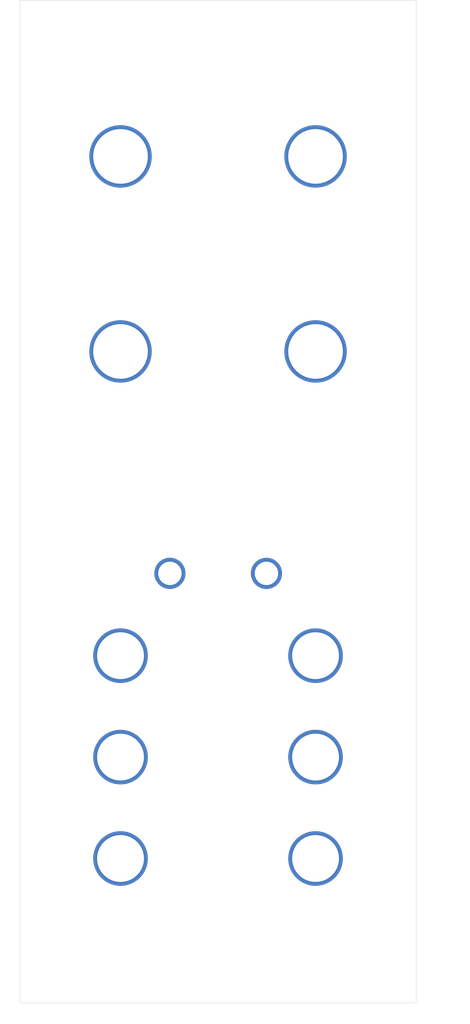
<source format=kicad_pcb>
(kicad_pcb
	(version 20240108)
	(generator "pcbnew")
	(generator_version "8.0")
	(general
		(thickness 1.6)
		(legacy_teardrops no)
	)
	(paper "A4")
	(layers
		(0 "F.Cu" signal)
		(31 "B.Cu" signal)
		(32 "B.Adhes" user "B.Adhesive")
		(33 "F.Adhes" user "F.Adhesive")
		(34 "B.Paste" user)
		(35 "F.Paste" user)
		(36 "B.SilkS" user "B.Silkscreen")
		(37 "F.SilkS" user "F.Silkscreen")
		(38 "B.Mask" user)
		(39 "F.Mask" user)
		(40 "Dwgs.User" user "User.Drawings")
		(41 "Cmts.User" user "User.Comments")
		(42 "Eco1.User" user "User.Eco1")
		(43 "Eco2.User" user "User.Eco2")
		(44 "Edge.Cuts" user)
		(45 "Margin" user)
		(46 "B.CrtYd" user "B.Courtyard")
		(47 "F.CrtYd" user "F.Courtyard")
		(48 "B.Fab" user)
		(49 "F.Fab" user)
		(50 "User.1" user)
		(51 "User.2" user)
		(52 "User.3" user)
		(53 "User.4" user)
		(54 "User.5" user)
		(55 "User.6" user)
		(56 "User.7" user)
		(57 "User.8" user)
		(58 "User.9" user)
	)
	(setup
		(pad_to_mask_clearance 0)
		(allow_soldermask_bridges_in_footprints no)
		(grid_origin 154.9 176.5)
		(pcbplotparams
			(layerselection 0x00010fc_ffffffff)
			(plot_on_all_layers_selection 0x0000000_00000000)
			(disableapertmacros no)
			(usegerberextensions no)
			(usegerberattributes yes)
			(usegerberadvancedattributes yes)
			(creategerberjobfile yes)
			(dashed_line_dash_ratio 12.000000)
			(dashed_line_gap_ratio 3.000000)
			(svgprecision 4)
			(plotframeref no)
			(viasonmask no)
			(mode 1)
			(useauxorigin no)
			(hpglpennumber 1)
			(hpglpenspeed 20)
			(hpglpendiameter 15.000000)
			(pdf_front_fp_property_popups yes)
			(pdf_back_fp_property_popups yes)
			(dxfpolygonmode yes)
			(dxfimperialunits yes)
			(dxfusepcbnewfont yes)
			(psnegative no)
			(psa4output no)
			(plotreference yes)
			(plotvalue yes)
			(plotfptext yes)
			(plotinvisibletext no)
			(sketchpadsonfab no)
			(subtractmaskfromsilk no)
			(outputformat 1)
			(mirror no)
			(drillshape 1)
			(scaleselection 1)
			(outputdirectory "")
		)
	)
	(net 0 "")
	(net 1 "GND")
	(gr_rect
		(start 104.1 48)
		(end 154.9 176.5)
		(stroke
			(width 0.05)
			(type default)
		)
		(fill none)
		(layer "Edge.Cuts")
		(uuid "37ebdb09-854d-4ee5-80f1-c7c276624d20")
	)
	(gr_line
		(start 141.9873 145)
		(end 116.9873 145)
		(stroke
			(width 0.1)
			(type default)
		)
		(layer "User.6")
		(uuid "10c09758-1368-4114-83fc-464403b45be7")
	)
	(gr_line
		(start 129.5 48)
		(end 129.5 176.5)
		(stroke
			(width 0.1)
			(type default)
		)
		(layer "User.6")
		(uuid "26790be2-7b6c-479c-be7d-097cea002242")
	)
	(gr_line
		(start 154.9 48)
		(end 104.1 176.5)
		(stroke
			(width 0.1)
			(type default)
		)
		(layer "User.6")
		(uuid "282c12a6-bda0-469d-af1a-edbbb9c89c31")
	)
	(gr_circle
		(center 135.705 121.45)
		(end 137.205 121.45)
		(stroke
			(width 0.1)
			(type default)
		)
		(fill none)
		(layer "User.6")
		(uuid "29af1eba-82ff-4c3e-a238-d37b607c4229")
	)
	(gr_circle
		(center 117 68)
		(end 127 68)
		(stroke
			(width 0.1)
			(type default)
		)
		(fill none)
		(layer "User.6")
		(uuid "5b6e95c1-1f36-4bf8-a547-0eaf71e02b4f")
	)
	(gr_circle
		(center 141.9873 132)
		(end 144.4873 132)
		(stroke
			(width 0.1)
			(type default)
		)
		(fill none)
		(layer "User.6")
		(uuid "5ecf49dc-978b-4204-b9f2-7e6357f02b22")
	)
	(gr_line
		(start 141.9873 158)
		(end 154.9 176.5)
		(stroke
			(width 0.1)
			(type default)
		)
		(layer "User.6")
		(uuid "680fabcd-e471-4b9c-949f-49a3c44e4986")
	)
	(gr_line
		(start 117.0127 158)
		(end 117 68)
		(stroke
			(width 0.1)
			(type default)
		)
		(layer "User.6")
		(uuid "69c19dc9-aeaa-4481-83b8-2d39f36aa7bd")
	)
	(gr_circle
		(center 116.9873 132)
		(end 119.4873 132)
		(stroke
			(width 0.1)
			(type default)
		)
		(fill none)
		(layer "User.6")
		(uuid "72e0453f-27af-47ee-b5b1-4310abacf2df")
	)
	(gr_rect
		(start 104.1 48)
		(end 154.9 176.5)
		(stroke
			(width 0.1)
			(type default)
		)
		(fill none)
		(layer "User.6")
		(uuid "83703519-e73b-4c0a-83a1-79357bf0bd30")
	)
	(gr_line
		(start 154.9 176.5)
		(end 104.1 48)
		(stroke
			(width 0.1)
			(type default)
		)
		(layer "User.6")
		(uuid "9301ea39-4dbf-473a-b2e1-69c728290cc0")
	)
	(gr_circle
		(center 123.33 121.45)
		(end 124.83 121.45)
		(stroke
			(width 0.1)
			(type default)
		)
		(fill none)
		(layer "User.6")
		(uuid "99f046ef-44e3-4edf-bea2-af03c83d2f1a")
	)
	(gr_circle
		(center 116.9873 145)
		(end 119.4873 145)
		(stroke
			(width 0.1)
			(type default)
		)
		(fill none)
		(layer "User.6")
		(uuid "a01afa44-1540-4735-b59c-31ab1f05c4be")
	)
	(gr_circle
		(center 141.9873 145)
		(end 144.4873 145)
		(stroke
			(width 0.1)
			(type default)
		)
		(fill none)
		(layer "User.6")
		(uuid "c7cf95fa-3bc9-4580-9c48-dc5d0cca7160")
	)
	(gr_circle
		(center 142 68)
		(end 152 68)
		(stroke
			(width 0.1)
			(type default)
		)
		(fill none)
		(layer "User.6")
		(uuid "d0a8508e-0376-41ce-9bab-53e5ba3844e6")
	)
	(gr_rect
		(start 104.1 57.25)
		(end 154.9 167.25)
		(stroke
			(width 0.1)
			(type default)
		)
		(fill none)
		(layer "User.6")
		(uuid "d705b9a2-0350-4a88-aabd-1e04ce5e6417")
	)
	(gr_circle
		(center 142 93)
		(end 152 93)
		(stroke
			(width 0.1)
			(type default)
		)
		(fill none)
		(layer "User.6")
		(uuid "d89644d5-15d0-4ccf-a03d-28dc87faa3c8")
	)
	(gr_circle
		(center 141.9873 158)
		(end 144.4873 158)
		(stroke
			(width 0.1)
			(type default)
		)
		(fill none)
		(layer "User.6")
		(uuid "e0a685dd-13bc-4a64-9a4c-46f7dde531f1")
	)
	(gr_circle
		(center 117 93)
		(end 127 93)
		(stroke
			(width 0.1)
			(type default)
		)
		(fill none)
		(layer "User.6")
		(uuid "e46c586e-a1a3-4f53-9b30-73fd5c0840aa")
	)
	(gr_line
		(start 141.9873 132)
		(end 116.9873 132)
		(stroke
			(width 0.1)
			(type default)
		)
		(layer "User.6")
		(uuid "ea2bc7b3-c641-41e5-b058-ca35b13db4cb")
	)
	(gr_circle
		(center 117.0127 158)
		(end 119.5127 158)
		(stroke
			(width 0.1)
			(type default)
		)
		(fill none)
		(layer "User.6")
		(uuid "f14ebd22-1ed8-4265-9a20-2388196fd546")
	)
	(gr_line
		(start 104.1 176.5)
		(end 117.0127 158)
		(stroke
			(width 0.1)
			(type default)
		)
		(layer "User.6")
		(uuid "fd5d997f-1cf2-4126-8d31-38b80b19d495")
	)
	(dimension
		(type orthogonal)
		(layer "User.6")
		(uuid "613b4100-d4a6-4ba6-ab8a-297ee51b10dc")
		(pts
			(xy 104.1 48) (xy 111.55 47.85)
		)
		(height 130.6)
		(orientation 0)
		(gr_text "7,4500 mm"
			(at 107.825 177.45 0)
			(layer "User.6")
			(uuid "613b4100-d4a6-4ba6-ab8a-297ee51b10dc")
			(effects
				(font
					(size 1 1)
					(thickness 0.15)
				)
			)
		)
		(format
			(prefix "")
			(suffix "")
			(units 3)
			(units_format 1)
			(precision 4)
		)
		(style
			(thickness 0.1)
			(arrow_length 1.27)
			(text_position_mode 0)
			(extension_height 0.58642)
			(extension_offset 0.5) keep_text_aligned)
	)
	(dimension
		(type orthogonal)
		(layer "User.6")
		(uuid "e99d5481-7c70-4f29-9c99-0784de095a13")
		(pts
			(xy 101.1 48) (xy 101.3 51)
		)
		(height 57.4)
		(orientation 1)
		(gr_text "3,0000 mm"
			(at 157.35 49.5 90)
			(layer "User.6")
			(uuid "e99d5481-7c70-4f29-9c99-0784de095a13")
			(effects
				(font
					(size 1 1)
					(thickness 0.15)
				)
			)
		)
		(format
			(prefix "")
			(suffix "")
			(units 3)
			(units_format 1)
			(precision 4)
		)
		(style
			(thickness 0.1)
			(arrow_length 1.27)
			(text_position_mode 0)
			(extension_height 0.58642)
			(extension_offset 0.5) keep_text_aligned)
	)
	(via
		(at 123.33 121.45)
		(size 4)
		(drill 3)
		(layers "F.Cu" "B.Cu")
		(free yes)
		(net 1)
		(uuid "164ffe57-4563-4aa9-9760-5c9f8caddf6f")
	)
	(via
		(at 142 68)
		(size 8)
		(drill 7)
		(layers "F.Cu" "B.Cu")
		(free yes)
		(net 1)
		(uuid "221632a1-7ad1-4ab0-b88e-266104d9e0e0")
	)
	(via
		(at 117 145)
		(size 7)
		(drill 6)
		(layers "F.Cu" "B.Cu")
		(free yes)
		(net 1)
		(uuid "2f28f3cb-aabf-4702-a80d-fb213733fb43")
	)
	(via
		(at 117 93)
		(size 8)
		(drill 7)
		(layers "F.Cu" "B.Cu")
		(free yes)
		(net 1)
		(uuid "53ee01b2-010a-4266-a4a0-dd1c1378a2f4")
	)
	(via
		(at 142 132)
		(size 7)
		(drill 6)
		(layers "F.Cu" "B.Cu")
		(free yes)
		(net 1)
		(uuid "63e9135f-7aba-4b5b-af73-4b5b2cbc2446")
	)
	(via
		(at 142 158)
		(size 7)
		(drill 6)
		(layers "F.Cu" "B.Cu")
		(free yes)
		(net 1)
		(uuid "64a718c0-9e9b-4c26-b9bd-a89a732f4871")
	)
	(via
		(at 117 68)
		(size 8)
		(drill 7)
		(layers "F.Cu" "B.Cu")
		(free yes)
		(net 1)
		(uuid "8dd97e28-811a-4d3a-b006-f182c4faa82d")
	)
	(via
		(at 135.705 121.45)
		(size 4)
		(drill 3)
		(layers "F.Cu" "B.Cu")
		(free yes)
		(net 1)
		(uuid "926a3a2e-d9ed-4f36-ae57-97d5cdd1ea15")
	)
	(via
		(at 117 132)
		(size 7)
		(drill 6)
		(layers "F.Cu" "B.Cu")
		(free yes)
		(net 1)
		(uuid "aa99518f-04c2-4a8b-b687-45f951ae07a6")
	)
	(via
		(at 142 93)
		(size 8)
		(drill 7)
		(layers "F.Cu" "B.Cu")
		(free yes)
		(net 1)
		(uuid "b78170b4-e998-4d63-96f2-98c6ce19a522")
	)
	(via
		(at 142 145)
		(size 7)
		(drill 6)
		(layers "F.Cu" "B.Cu")
		(free yes)
		(net 1)
		(uuid "deac1ac6-5f02-4a90-8f5b-791b63096755")
	)
	(via
		(at 117 158)
		(size 7)
		(drill 6)
		(layers "F.Cu" "B.Cu")
		(free yes)
		(net 1)
		(uuid "f6b77b18-53ff-48b4-8ce0-3376715987a2")
	)
)

</source>
